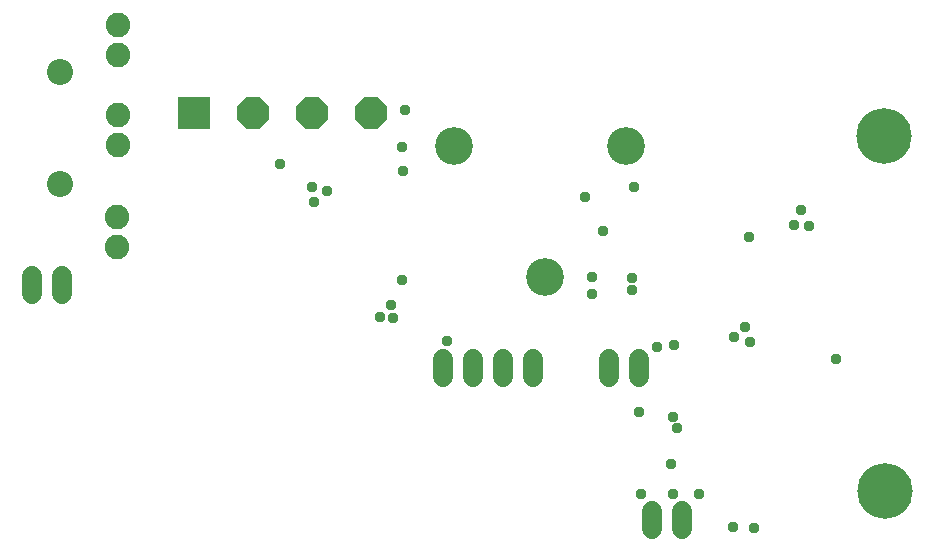
<source format=gbr>
G04 EAGLE Gerber RS-274X export*
G75*
%MOMM*%
%FSLAX34Y34*%
%LPD*%
%INSoldermask Bottom*%
%IPPOS*%
%AMOC8*
5,1,8,0,0,1.08239X$1,22.5*%
G01*
%ADD10C,3.203200*%
%ADD11C,2.203200*%
%ADD12C,4.703200*%
%ADD13C,2.082800*%
%ADD14R,2.743200X2.743200*%
%ADD15P,2.969212X8X22.500000*%
%ADD16C,1.727200*%
%ADD17C,0.959600*%


D10*
X424942Y254508D03*
X570484Y254508D03*
X502158Y143256D03*
D11*
X91440Y316738D03*
X91186Y221996D03*
D12*
X789432Y262636D03*
X789686Y-37592D03*
D13*
X140716Y331470D03*
X140716Y356870D03*
X139954Y168910D03*
X139954Y194310D03*
X140208Y255270D03*
X140208Y280670D03*
D14*
X204724Y281940D03*
D15*
X254724Y281940D03*
X304724Y281940D03*
X354724Y281940D03*
D16*
X466344Y74168D02*
X466344Y58928D01*
X440944Y58928D02*
X440944Y74168D01*
X415544Y74168D02*
X415544Y58928D01*
X491744Y58928D02*
X491744Y74168D01*
X581660Y74168D02*
X581660Y58928D01*
X556260Y58928D02*
X556260Y74168D01*
X93472Y128778D02*
X93472Y144018D01*
X68072Y144018D02*
X68072Y128778D01*
X617982Y-54356D02*
X617982Y-69596D01*
X592582Y-69596D02*
X592582Y-54356D01*
D17*
X614172Y15240D03*
X382016Y233172D03*
X380746Y141224D03*
X608838Y-15240D03*
X748030Y74422D03*
X660908Y-67818D03*
X679196Y-69342D03*
X383540Y284480D03*
X611378Y85598D03*
X674370Y177546D03*
X581874Y29170D03*
X583184Y-40132D03*
X610136Y-39878D03*
X632246Y-40092D03*
X610108Y24638D03*
X597154Y84582D03*
X551434Y182400D03*
X381254Y253492D03*
X576072Y142748D03*
X542036Y143256D03*
X419100Y88900D03*
X575310Y132080D03*
X541782Y129286D03*
X277876Y239268D03*
X577342Y219964D03*
X304546Y219456D03*
X718820Y200406D03*
X712978Y187452D03*
X725932Y186944D03*
X317246Y215900D03*
X306832Y207264D03*
X535940Y210820D03*
X373634Y108712D03*
X675640Y88138D03*
X662178Y92710D03*
X671576Y100838D03*
X362204Y109982D03*
X371348Y119888D03*
M02*

</source>
